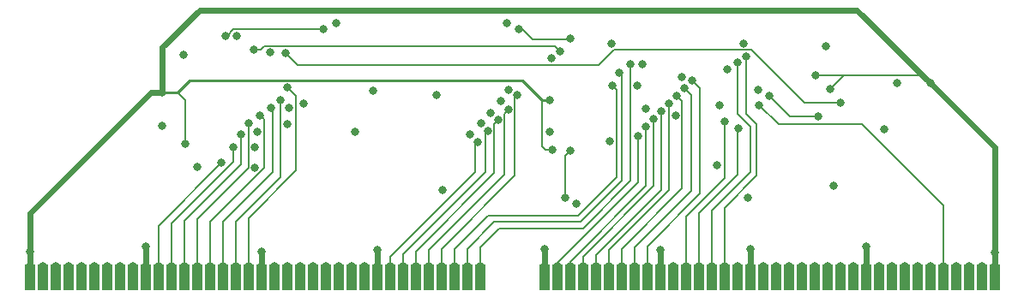
<source format=gbl>
G04 #@! TF.GenerationSoftware,KiCad,Pcbnew,9.0.0*
G04 #@! TF.CreationDate,2025-04-30T20:38:19+02:00*
G04 #@! TF.ProjectId,simm72_rom_smd,73696d6d-3732-45f7-926f-6d5f736d642e,A1*
G04 #@! TF.SameCoordinates,Original*
G04 #@! TF.FileFunction,Copper,L4,Bot*
G04 #@! TF.FilePolarity,Positive*
%FSLAX46Y46*%
G04 Gerber Fmt 4.6, Leading zero omitted, Abs format (unit mm)*
G04 Created by KiCad (PCBNEW 9.0.0) date 2025-04-30 20:38:19*
%MOMM*%
%LPD*%
G01*
G04 APERTURE LIST*
G04 #@! TA.AperFunction,SMDPad,CuDef*
%ADD10R,1.040000X2.540000*%
G04 #@! TD*
G04 #@! TA.AperFunction,ViaPad*
%ADD11C,0.800000*%
G04 #@! TD*
G04 #@! TA.AperFunction,Conductor*
%ADD12C,0.152400*%
G04 #@! TD*
G04 #@! TA.AperFunction,Conductor*
%ADD13C,0.609600*%
G04 #@! TD*
G04 #@! TA.AperFunction,Conductor*
%ADD14C,0.254000*%
G04 #@! TD*
G04 APERTURE END LIST*
D10*
X57375000Y-113921000D03*
X58645000Y-113921000D03*
X59915000Y-113921000D03*
X61185000Y-113921000D03*
X62455000Y-113921000D03*
X63725000Y-113921000D03*
X64995000Y-113921000D03*
X66265000Y-113921000D03*
X67535000Y-113921000D03*
X68805000Y-113921000D03*
X70075000Y-113921000D03*
X71345000Y-113921000D03*
X72615000Y-113921000D03*
X73885000Y-113921000D03*
X75155000Y-113921000D03*
X76425000Y-113921000D03*
X77695000Y-113921000D03*
X78965000Y-113921000D03*
X80235000Y-113921000D03*
X81505000Y-113921000D03*
X82775000Y-113921000D03*
X84045000Y-113921000D03*
X85315000Y-113921000D03*
X86585000Y-113921000D03*
X87855000Y-113921000D03*
X89125000Y-113921000D03*
X90395000Y-113921000D03*
X91665000Y-113921000D03*
X92935000Y-113921000D03*
X94205000Y-113921000D03*
X95475000Y-113921000D03*
X96745000Y-113921000D03*
X98015000Y-113921000D03*
X99285000Y-113921000D03*
X100555000Y-113921000D03*
X101825000Y-113921000D03*
X108175000Y-113921000D03*
X109445000Y-113921000D03*
X110715000Y-113921000D03*
X111985000Y-113921000D03*
X113255000Y-113921000D03*
X114525000Y-113921000D03*
X115795000Y-113921000D03*
X117065000Y-113921000D03*
X118335000Y-113921000D03*
X119605000Y-113921000D03*
X120875000Y-113921000D03*
X122145000Y-113921000D03*
X123415000Y-113921000D03*
X124685000Y-113921000D03*
X125955000Y-113921000D03*
X127225000Y-113921000D03*
X128495000Y-113921000D03*
X129765000Y-113921000D03*
X131035000Y-113921000D03*
X132305000Y-113921000D03*
X133575000Y-113921000D03*
X134845000Y-113921000D03*
X136115000Y-113921000D03*
X137385000Y-113921000D03*
X138655000Y-113921000D03*
X139925000Y-113921000D03*
X141195000Y-113921000D03*
X142465000Y-113921000D03*
X143735000Y-113921000D03*
X145005000Y-113921000D03*
X146275000Y-113921000D03*
X147545000Y-113921000D03*
X148815000Y-113921000D03*
X150085000Y-113921000D03*
X151355000Y-113921000D03*
X152625000Y-113921000D03*
D11*
X58645000Y-112854200D03*
X86378816Y-89362184D03*
X76679000Y-90045000D03*
X105635000Y-89381900D03*
X110778134Y-90362134D03*
X59915000Y-112854200D03*
X61185000Y-112854200D03*
X62455000Y-112854200D03*
X63725000Y-112854200D03*
X64995000Y-112854200D03*
X66265000Y-112854200D03*
X67535000Y-112854200D03*
X138655000Y-112854200D03*
X137385000Y-112854200D03*
X136115000Y-112854200D03*
X101952000Y-98681000D03*
X121764000Y-94109000D03*
X127860000Y-90813900D03*
X108175000Y-111127000D03*
X142973000Y-94744000D03*
X79593100Y-101094000D03*
X114779000Y-90800100D03*
X68805000Y-110873000D03*
X128495000Y-112854200D03*
X121135900Y-97919000D03*
X68805000Y-112854200D03*
X126209000Y-93340100D03*
X128495000Y-111127000D03*
X70456000Y-98935000D03*
X80235000Y-111381000D03*
X111350000Y-106675100D03*
X73885000Y-102999000D03*
X135988000Y-91061000D03*
X77822000Y-90045000D03*
X125447000Y-96903000D03*
X141779000Y-99316000D03*
X82775000Y-98808000D03*
X139925000Y-110873000D03*
X104492000Y-88775000D03*
X97507000Y-95887000D03*
X125193000Y-102872000D03*
X91665000Y-112854200D03*
X114652000Y-100509800D03*
X129257000Y-95379000D03*
X72568034Y-91903034D03*
X108175000Y-112854200D03*
X89506000Y-99570000D03*
X79593100Y-103126000D03*
X117319000Y-95004900D03*
X81124000Y-91695500D03*
X139925000Y-112854200D03*
X91665000Y-111254000D03*
X108683000Y-99570000D03*
X79860900Y-99570000D03*
X91284000Y-95506000D03*
X118208000Y-97284000D03*
X87601000Y-88775000D03*
X98142000Y-105285000D03*
X128241000Y-106047000D03*
X100809000Y-99824000D03*
X102841000Y-97665000D03*
X119605000Y-112854200D03*
X104619000Y-95379000D03*
X80235000Y-112854200D03*
X136750000Y-104904000D03*
X82965134Y-97220866D03*
X108873134Y-92267134D03*
X84425634Y-96776366D03*
X103857000Y-96522000D03*
X119605000Y-111254000D03*
X117827000Y-92839000D03*
X70075000Y-112854200D03*
X76298000Y-102618000D03*
X77441000Y-101094000D03*
X71345000Y-112854200D03*
X72615000Y-112854200D03*
X78203000Y-99824000D03*
X73885000Y-112854200D03*
X78965000Y-98681000D03*
X80108366Y-97918634D03*
X75155000Y-112854200D03*
X81187866Y-97220134D03*
X76425000Y-112854200D03*
X82140000Y-96395000D03*
X77695000Y-112854200D03*
X78965000Y-112854200D03*
X82774634Y-95125366D03*
X81505000Y-112854200D03*
X82775000Y-112854200D03*
X84045000Y-112854200D03*
X85315000Y-112854200D03*
X86585000Y-112854200D03*
X87855000Y-112854200D03*
X89125000Y-112854200D03*
X90395000Y-112854200D03*
X92935000Y-112854200D03*
X101577900Y-100586000D03*
X94205000Y-112854200D03*
X102593900Y-99443000D03*
X103603000Y-98381900D03*
X95475000Y-112854200D03*
X104625900Y-97381900D03*
X96745000Y-112854200D03*
X105508000Y-95887000D03*
X98015000Y-112854200D03*
X114906000Y-94991100D03*
X99285000Y-112854200D03*
X100555000Y-112854200D03*
X115541000Y-93734900D03*
X101825000Y-112854200D03*
X116684000Y-92839000D03*
X117446000Y-99951000D03*
X109445000Y-112854200D03*
X118208000Y-99062000D03*
X110715000Y-112854200D03*
X118970000Y-98300000D03*
X111985000Y-112854200D03*
X119732000Y-97538000D03*
X113255000Y-112854200D03*
X114525000Y-112854200D03*
X120494000Y-96776000D03*
X121256000Y-96014000D03*
X115795000Y-112854200D03*
X117065000Y-112854200D03*
X122018000Y-95252000D03*
X122780000Y-94490000D03*
X118335000Y-112854200D03*
X122145000Y-112854200D03*
X125955000Y-98554000D03*
X123415000Y-112854200D03*
X127352000Y-99189000D03*
X127225000Y-92712000D03*
X124685000Y-112854200D03*
X125955000Y-112854200D03*
X128114000Y-92070100D03*
X127225000Y-112854200D03*
X110715000Y-101431100D03*
X110207000Y-106047000D03*
X129765000Y-112854200D03*
X131035000Y-112854200D03*
X132305000Y-112854200D03*
X133575000Y-112854200D03*
X134845000Y-112854200D03*
X130400000Y-96014000D03*
X135226000Y-98046000D03*
X109699000Y-91569000D03*
X79473000Y-91381006D03*
X147545000Y-112854200D03*
X129384000Y-96903000D03*
X148815000Y-112854200D03*
X146275000Y-112854200D03*
X150085000Y-112854200D03*
X151355000Y-112854200D03*
X137385000Y-96649000D03*
X82623090Y-91720410D03*
X142465000Y-112854200D03*
X141195000Y-112854200D03*
X145005000Y-112854200D03*
X143735000Y-112854200D03*
X152625000Y-111508000D03*
X108683000Y-96395000D03*
X72742000Y-100713000D03*
X108937000Y-101348000D03*
X57375000Y-111381000D03*
X146275000Y-94744000D03*
X134972000Y-93982000D03*
X70456000Y-95633000D03*
X136432500Y-95315500D03*
X57375000Y-112854200D03*
X152625000Y-112854200D03*
X120875000Y-112854200D03*
D12*
X86378816Y-89362184D02*
X86331000Y-89410000D01*
X105987900Y-89381900D02*
X105635000Y-89381900D01*
X76865000Y-90045000D02*
X76679000Y-90045000D01*
X110778134Y-90362134D02*
X110714268Y-90426000D01*
X110714268Y-90426000D02*
X107032000Y-90426000D01*
X86331000Y-89410000D02*
X77500000Y-89410000D01*
X77500000Y-89410000D02*
X76865000Y-90045000D01*
X107032000Y-90426000D02*
X105987900Y-89381900D01*
D13*
X80235000Y-111381000D02*
X80235000Y-112854200D01*
X128495000Y-112854200D02*
X128495000Y-111127000D01*
X108175000Y-111127000D02*
X108175000Y-112854200D01*
X119605000Y-111254000D02*
X119605000Y-112854200D01*
X91665000Y-111254000D02*
X91665000Y-112854200D01*
X139925000Y-110873000D02*
X139925000Y-112854200D01*
X68805000Y-110873000D02*
X68805000Y-112854200D01*
D12*
X76298000Y-102618000D02*
X70075000Y-108841000D01*
X70075000Y-108841000D02*
X70075000Y-112854200D01*
X77441000Y-102491000D02*
X71345000Y-108587000D01*
X77441000Y-101094000D02*
X77441000Y-102491000D01*
X71345000Y-108587000D02*
X71345000Y-112854200D01*
X78203000Y-102745000D02*
X72615000Y-108333000D01*
X72615000Y-108333000D02*
X72615000Y-112854200D01*
X78203000Y-99824000D02*
X78203000Y-102745000D01*
X78965000Y-98681000D02*
X78965000Y-103126000D01*
X78965000Y-103126000D02*
X73885000Y-108206000D01*
X73885000Y-108206000D02*
X73885000Y-112854200D01*
X80489000Y-103126000D02*
X75155000Y-108460000D01*
X80108366Y-97918634D02*
X80489000Y-98299268D01*
X80489000Y-98299268D02*
X80489000Y-103126000D01*
X75155000Y-108460000D02*
X75155000Y-112854200D01*
X81378000Y-97410268D02*
X81378000Y-103507000D01*
X81378000Y-103507000D02*
X76425000Y-108460000D01*
X81187866Y-97220134D02*
X81378000Y-97410268D01*
X76425000Y-108460000D02*
X76425000Y-112854200D01*
X82140000Y-96395000D02*
X82140000Y-104015000D01*
X82140000Y-104015000D02*
X77695000Y-108460000D01*
X77695000Y-108460000D02*
X77695000Y-112854200D01*
X83664000Y-103380000D02*
X78965000Y-108079000D01*
X78965000Y-108079000D02*
X78965000Y-112854200D01*
X82774634Y-95125366D02*
X83664000Y-96014732D01*
X83664000Y-96014732D02*
X83664000Y-103380000D01*
X101317000Y-103507000D02*
X92935000Y-111889000D01*
X92935000Y-111889000D02*
X92935000Y-112854200D01*
X101317000Y-100846900D02*
X101317000Y-103507000D01*
X101577900Y-100586000D02*
X101317000Y-100846900D01*
X102333000Y-99703900D02*
X102333000Y-103507000D01*
X102593900Y-99443000D02*
X102333000Y-99703900D01*
X94205000Y-111635000D02*
X94205000Y-112854200D01*
X102333000Y-103507000D02*
X94205000Y-111635000D01*
X103222000Y-103634000D02*
X95475000Y-111381000D01*
X103603000Y-98381900D02*
X103222000Y-98762900D01*
X95475000Y-111381000D02*
X95475000Y-112854200D01*
X103222000Y-98762900D02*
X103222000Y-103634000D01*
X104625900Y-97381900D02*
X104625900Y-97404100D01*
X104625900Y-97404100D02*
X104238000Y-97792000D01*
X96745000Y-111254000D02*
X96745000Y-112854200D01*
X104238000Y-103761000D02*
X96745000Y-111254000D01*
X104238000Y-97792000D02*
X104238000Y-103761000D01*
X98015000Y-111127000D02*
X98015000Y-112854200D01*
X105254000Y-96141000D02*
X105254000Y-103888000D01*
X105508000Y-95887000D02*
X105254000Y-96141000D01*
X105254000Y-103888000D02*
X98015000Y-111127000D01*
X115287000Y-95372100D02*
X115287000Y-104015000D01*
X111477000Y-107825000D02*
X102587000Y-107825000D01*
X99285000Y-111127000D02*
X99285000Y-112854200D01*
X115287000Y-104015000D02*
X111477000Y-107825000D01*
X102587000Y-107825000D02*
X99285000Y-111127000D01*
X114906000Y-94991100D02*
X115287000Y-95372100D01*
X115795000Y-93988900D02*
X115795000Y-104396000D01*
X115795000Y-104396000D02*
X111731000Y-108460000D01*
X103222000Y-108460000D02*
X100555000Y-111127000D01*
X111731000Y-108460000D02*
X103222000Y-108460000D01*
X115541000Y-93734900D02*
X115795000Y-93988900D01*
X100555000Y-111127000D02*
X100555000Y-112854200D01*
X116684000Y-104396000D02*
X111985000Y-109095000D01*
X111985000Y-109095000D02*
X103730000Y-109095000D01*
X103730000Y-109095000D02*
X101825000Y-111000000D01*
X101825000Y-111000000D02*
X101825000Y-112854200D01*
X116684000Y-92839000D02*
X116684000Y-104396000D01*
X109445000Y-112524000D02*
X109445000Y-112854200D01*
X117446000Y-99951000D02*
X117446000Y-104523000D01*
X117446000Y-104523000D02*
X109445000Y-112524000D01*
X110715000Y-112397000D02*
X110715000Y-112854200D01*
X118208000Y-104904000D02*
X110715000Y-112397000D01*
X118208000Y-99062000D02*
X118208000Y-104904000D01*
X118970000Y-104904000D02*
X111985000Y-111889000D01*
X118970000Y-98300000D02*
X118970000Y-104904000D01*
X111985000Y-111889000D02*
X111985000Y-112854200D01*
X119732000Y-97538000D02*
X119732000Y-105285000D01*
X119732000Y-105285000D02*
X113255000Y-111762000D01*
X113255000Y-111762000D02*
X113255000Y-112854200D01*
X120494000Y-96776000D02*
X120494000Y-105285000D01*
X120494000Y-105285000D02*
X114525000Y-111254000D01*
X114525000Y-111254000D02*
X114525000Y-112854200D01*
X121764000Y-96522000D02*
X121764000Y-105158000D01*
X121256000Y-96014000D02*
X121764000Y-96522000D01*
X121764000Y-105158000D02*
X115795000Y-111127000D01*
X115795000Y-111127000D02*
X115795000Y-112854200D01*
X122653000Y-95887000D02*
X122653000Y-105412000D01*
X122653000Y-105412000D02*
X117065000Y-111000000D01*
X122018000Y-95252000D02*
X122653000Y-95887000D01*
X117065000Y-111000000D02*
X117065000Y-112854200D01*
X123542000Y-95252000D02*
X123542000Y-105666000D01*
X123542000Y-105666000D02*
X118335000Y-110873000D01*
X118335000Y-110873000D02*
X118335000Y-112854200D01*
X122780000Y-94490000D02*
X123542000Y-95252000D01*
X122145000Y-107952000D02*
X125955000Y-104142000D01*
X122145000Y-112854200D02*
X122145000Y-107952000D01*
X125955000Y-104142000D02*
X125955000Y-98554000D01*
X123415000Y-112854200D02*
X123415000Y-107609100D01*
X123415000Y-107609100D02*
X127225000Y-103799100D01*
X127225000Y-99316000D02*
X127352000Y-99189000D01*
X127225000Y-103799100D02*
X127225000Y-99316000D01*
X128495000Y-103507000D02*
X124685000Y-107317000D01*
X124685000Y-107317000D02*
X124685000Y-112854200D01*
X127225000Y-97792000D02*
X128495000Y-99062000D01*
X128495000Y-99062000D02*
X128495000Y-103507000D01*
X127225000Y-92712000D02*
X127225000Y-97792000D01*
X128114000Y-97792000D02*
X129130000Y-98808000D01*
X128114000Y-92070100D02*
X128114000Y-97792000D01*
X125955000Y-107063000D02*
X125955000Y-112854200D01*
X129130000Y-103888000D02*
X125955000Y-107063000D01*
X129130000Y-98808000D02*
X129130000Y-103888000D01*
X110207000Y-101939100D02*
X110207000Y-106047000D01*
X110715000Y-101431100D02*
X110207000Y-101939100D01*
X132432000Y-98046000D02*
X135226000Y-98046000D01*
X130400000Y-96014000D02*
X132432000Y-98046000D01*
X79473000Y-91381006D02*
X80168994Y-91381006D01*
X80482600Y-91067400D02*
X109197400Y-91067400D01*
X109197400Y-91067400D02*
X109699000Y-91569000D01*
X139544000Y-98808000D02*
X147545000Y-106809000D01*
X129384000Y-96903000D02*
X131289000Y-98808000D01*
X131289000Y-98808000D02*
X139544000Y-98808000D01*
X80168994Y-91381006D02*
X80482600Y-91067400D01*
X147545000Y-106809000D02*
X147545000Y-112854200D01*
X83791000Y-92966000D02*
X113509000Y-92966000D01*
X82623090Y-91720410D02*
X82623090Y-91798090D01*
X82623090Y-91798090D02*
X83791000Y-92966000D01*
X113509000Y-92966000D02*
X115033000Y-91442000D01*
X128622000Y-91442000D02*
X133829000Y-96649000D01*
X133829000Y-96649000D02*
X137385000Y-96649000D01*
X115033000Y-91442000D02*
X128622000Y-91442000D01*
D13*
X139031000Y-87500000D02*
X74144000Y-87500000D01*
D14*
X105971966Y-94445966D02*
X73167034Y-94445966D01*
D12*
X145513000Y-93982000D02*
X137893000Y-93982000D01*
D13*
X69313000Y-95633000D02*
X70456000Y-95633000D01*
D14*
X107921000Y-96395000D02*
X105971966Y-94445966D01*
D12*
X137893000Y-93982000D02*
X134972000Y-93982000D01*
X107921000Y-100967000D02*
X107921000Y-96395000D01*
D13*
X152625000Y-101094000D02*
X146275000Y-94744000D01*
X57375000Y-111381000D02*
X57375000Y-107571000D01*
D12*
X137766000Y-93982000D02*
X137893000Y-93982000D01*
D13*
X74144000Y-87500000D02*
X70456000Y-91188000D01*
D12*
X108937000Y-101348000D02*
X108302000Y-101348000D01*
X146275000Y-94744000D02*
X145513000Y-93982000D01*
X136432500Y-95315500D02*
X137766000Y-93982000D01*
D13*
X152625000Y-111508000D02*
X152625000Y-112854200D01*
X146275000Y-94744000D02*
X139031000Y-87500000D01*
D12*
X72742000Y-96395000D02*
X71980000Y-95633000D01*
X108302000Y-101348000D02*
X107921000Y-100967000D01*
D14*
X73167034Y-94445966D02*
X71980000Y-95633000D01*
X108683000Y-96395000D02*
X107921000Y-96395000D01*
D13*
X152625000Y-111508000D02*
X152625000Y-101094000D01*
X57375000Y-111381000D02*
X57375000Y-112854200D01*
X70456000Y-91188000D02*
X70456000Y-95633000D01*
X57375000Y-107571000D02*
X69313000Y-95633000D01*
D14*
X71980000Y-95633000D02*
X70456000Y-95633000D01*
D12*
X72742000Y-100713000D02*
X72742000Y-96395000D01*
M02*

</source>
